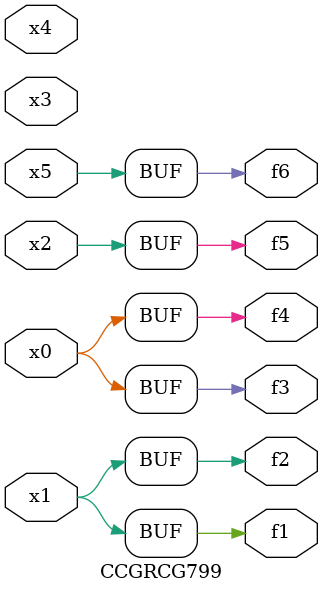
<source format=v>
module CCGRCG799(
	input x0, x1, x2, x3, x4, x5,
	output f1, f2, f3, f4, f5, f6
);
	assign f1 = x1;
	assign f2 = x1;
	assign f3 = x0;
	assign f4 = x0;
	assign f5 = x2;
	assign f6 = x5;
endmodule

</source>
